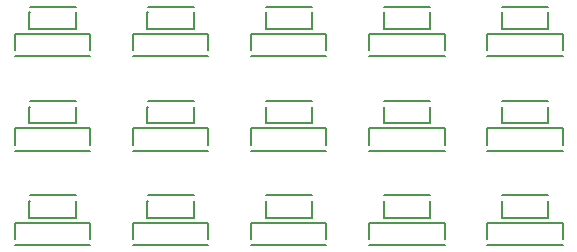
<source format=gbo>
G04 #@! TF.FileFunction,Legend,Bot*
%FSLAX46Y46*%
G04 Gerber Fmt 4.6, Leading zero omitted, Abs format (unit mm)*
G04 Created by KiCad (PCBNEW 4.0.7-e2-6376~58~ubuntu16.04.1) date Thu Aug  2 19:22:52 2018*
%MOMM*%
%LPD*%
G01*
G04 APERTURE LIST*
%ADD10C,0.100000*%
%ADD11C,0.150000*%
G04 APERTURE END LIST*
D10*
D11*
X118325000Y-65950000D02*
X118325000Y-64800000D01*
X118325000Y-64800000D02*
X118325000Y-64750000D01*
X118325000Y-64250000D02*
X114425000Y-64250000D01*
X114425000Y-64750000D02*
X114375000Y-64750000D01*
X114375000Y-64750000D02*
X114375000Y-65900000D01*
X114375000Y-65900000D02*
X114375000Y-66100000D01*
X114375000Y-66100000D02*
X114375000Y-66150000D01*
X114375000Y-66150000D02*
X118325000Y-66150000D01*
X118325000Y-66150000D02*
X118325000Y-65950000D01*
X108325000Y-65950000D02*
X108325000Y-64800000D01*
X108325000Y-64800000D02*
X108325000Y-64750000D01*
X108325000Y-64250000D02*
X104425000Y-64250000D01*
X104425000Y-64750000D02*
X104375000Y-64750000D01*
X104375000Y-64750000D02*
X104375000Y-65900000D01*
X104375000Y-65900000D02*
X104375000Y-66100000D01*
X104375000Y-66100000D02*
X104375000Y-66150000D01*
X104375000Y-66150000D02*
X108325000Y-66150000D01*
X108325000Y-66150000D02*
X108325000Y-65950000D01*
X98325000Y-65950000D02*
X98325000Y-64800000D01*
X98325000Y-64800000D02*
X98325000Y-64750000D01*
X98325000Y-64250000D02*
X94425000Y-64250000D01*
X94425000Y-64750000D02*
X94375000Y-64750000D01*
X94375000Y-64750000D02*
X94375000Y-65900000D01*
X94375000Y-65900000D02*
X94375000Y-66100000D01*
X94375000Y-66100000D02*
X94375000Y-66150000D01*
X94375000Y-66150000D02*
X98325000Y-66150000D01*
X98325000Y-66150000D02*
X98325000Y-65950000D01*
X88325000Y-65950000D02*
X88325000Y-64800000D01*
X88325000Y-64800000D02*
X88325000Y-64750000D01*
X88325000Y-64250000D02*
X84425000Y-64250000D01*
X84425000Y-64750000D02*
X84375000Y-64750000D01*
X84375000Y-64750000D02*
X84375000Y-65900000D01*
X84375000Y-65900000D02*
X84375000Y-66100000D01*
X84375000Y-66100000D02*
X84375000Y-66150000D01*
X84375000Y-66150000D02*
X88325000Y-66150000D01*
X88325000Y-66150000D02*
X88325000Y-65950000D01*
X78325000Y-65950000D02*
X78325000Y-64800000D01*
X78325000Y-64800000D02*
X78325000Y-64750000D01*
X78325000Y-64250000D02*
X74425000Y-64250000D01*
X74425000Y-64750000D02*
X74375000Y-64750000D01*
X74375000Y-64750000D02*
X74375000Y-65900000D01*
X74375000Y-65900000D02*
X74375000Y-66100000D01*
X74375000Y-66100000D02*
X74375000Y-66150000D01*
X74375000Y-66150000D02*
X78325000Y-66150000D01*
X78325000Y-66150000D02*
X78325000Y-65950000D01*
X118325000Y-57950000D02*
X118325000Y-56800000D01*
X118325000Y-56800000D02*
X118325000Y-56750000D01*
X118325000Y-56250000D02*
X114425000Y-56250000D01*
X114425000Y-56750000D02*
X114375000Y-56750000D01*
X114375000Y-56750000D02*
X114375000Y-57900000D01*
X114375000Y-57900000D02*
X114375000Y-58100000D01*
X114375000Y-58100000D02*
X114375000Y-58150000D01*
X114375000Y-58150000D02*
X118325000Y-58150000D01*
X118325000Y-58150000D02*
X118325000Y-57950000D01*
X108325000Y-57950000D02*
X108325000Y-56800000D01*
X108325000Y-56800000D02*
X108325000Y-56750000D01*
X108325000Y-56250000D02*
X104425000Y-56250000D01*
X104425000Y-56750000D02*
X104375000Y-56750000D01*
X104375000Y-56750000D02*
X104375000Y-57900000D01*
X104375000Y-57900000D02*
X104375000Y-58100000D01*
X104375000Y-58100000D02*
X104375000Y-58150000D01*
X104375000Y-58150000D02*
X108325000Y-58150000D01*
X108325000Y-58150000D02*
X108325000Y-57950000D01*
X98325000Y-57950000D02*
X98325000Y-56800000D01*
X98325000Y-56800000D02*
X98325000Y-56750000D01*
X98325000Y-56250000D02*
X94425000Y-56250000D01*
X94425000Y-56750000D02*
X94375000Y-56750000D01*
X94375000Y-56750000D02*
X94375000Y-57900000D01*
X94375000Y-57900000D02*
X94375000Y-58100000D01*
X94375000Y-58100000D02*
X94375000Y-58150000D01*
X94375000Y-58150000D02*
X98325000Y-58150000D01*
X98325000Y-58150000D02*
X98325000Y-57950000D01*
X88325000Y-57950000D02*
X88325000Y-56800000D01*
X88325000Y-56800000D02*
X88325000Y-56750000D01*
X88325000Y-56250000D02*
X84425000Y-56250000D01*
X84425000Y-56750000D02*
X84375000Y-56750000D01*
X84375000Y-56750000D02*
X84375000Y-57900000D01*
X84375000Y-57900000D02*
X84375000Y-58100000D01*
X84375000Y-58100000D02*
X84375000Y-58150000D01*
X84375000Y-58150000D02*
X88325000Y-58150000D01*
X88325000Y-58150000D02*
X88325000Y-57950000D01*
X78325000Y-57950000D02*
X78325000Y-56800000D01*
X78325000Y-56800000D02*
X78325000Y-56750000D01*
X78325000Y-56250000D02*
X74425000Y-56250000D01*
X74425000Y-56750000D02*
X74375000Y-56750000D01*
X74375000Y-56750000D02*
X74375000Y-57900000D01*
X74375000Y-57900000D02*
X74375000Y-58100000D01*
X74375000Y-58100000D02*
X74375000Y-58150000D01*
X74375000Y-58150000D02*
X78325000Y-58150000D01*
X78325000Y-58150000D02*
X78325000Y-57950000D01*
X118325000Y-49950000D02*
X118325000Y-48800000D01*
X118325000Y-48800000D02*
X118325000Y-48750000D01*
X118325000Y-48250000D02*
X114425000Y-48250000D01*
X114425000Y-48750000D02*
X114375000Y-48750000D01*
X114375000Y-48750000D02*
X114375000Y-49900000D01*
X114375000Y-49900000D02*
X114375000Y-50100000D01*
X114375000Y-50100000D02*
X114375000Y-50150000D01*
X114375000Y-50150000D02*
X118325000Y-50150000D01*
X118325000Y-50150000D02*
X118325000Y-49950000D01*
X108325000Y-49950000D02*
X108325000Y-48800000D01*
X108325000Y-48800000D02*
X108325000Y-48750000D01*
X108325000Y-48250000D02*
X104425000Y-48250000D01*
X104425000Y-48750000D02*
X104375000Y-48750000D01*
X104375000Y-48750000D02*
X104375000Y-49900000D01*
X104375000Y-49900000D02*
X104375000Y-50100000D01*
X104375000Y-50100000D02*
X104375000Y-50150000D01*
X104375000Y-50150000D02*
X108325000Y-50150000D01*
X108325000Y-50150000D02*
X108325000Y-49950000D01*
X98325000Y-49950000D02*
X98325000Y-48800000D01*
X98325000Y-48800000D02*
X98325000Y-48750000D01*
X98325000Y-48250000D02*
X94425000Y-48250000D01*
X94425000Y-48750000D02*
X94375000Y-48750000D01*
X94375000Y-48750000D02*
X94375000Y-49900000D01*
X94375000Y-49900000D02*
X94375000Y-50100000D01*
X94375000Y-50100000D02*
X94375000Y-50150000D01*
X94375000Y-50150000D02*
X98325000Y-50150000D01*
X98325000Y-50150000D02*
X98325000Y-49950000D01*
X88325000Y-49950000D02*
X88325000Y-48800000D01*
X88325000Y-48800000D02*
X88325000Y-48750000D01*
X88325000Y-48250000D02*
X84425000Y-48250000D01*
X84425000Y-48750000D02*
X84375000Y-48750000D01*
X84375000Y-48750000D02*
X84375000Y-49900000D01*
X84375000Y-49900000D02*
X84375000Y-50100000D01*
X84375000Y-50100000D02*
X84375000Y-50150000D01*
X84375000Y-50150000D02*
X88325000Y-50150000D01*
X88325000Y-50150000D02*
X88325000Y-49950000D01*
X119535000Y-67750000D02*
X119535000Y-66600000D01*
X119535000Y-66600000D02*
X119535000Y-66550000D01*
X119535000Y-66550000D02*
X113185000Y-66550000D01*
X113185000Y-66550000D02*
X113135000Y-66550000D01*
X113135000Y-66550000D02*
X113135000Y-67900000D01*
X113135000Y-67900000D02*
X113135000Y-67950000D01*
X113135000Y-68450000D02*
X119535000Y-68450000D01*
X119535000Y-67950000D02*
X119535000Y-67750000D01*
X109535000Y-67750000D02*
X109535000Y-66600000D01*
X109535000Y-66600000D02*
X109535000Y-66550000D01*
X109535000Y-66550000D02*
X103185000Y-66550000D01*
X103185000Y-66550000D02*
X103135000Y-66550000D01*
X103135000Y-66550000D02*
X103135000Y-67900000D01*
X103135000Y-67900000D02*
X103135000Y-67950000D01*
X103135000Y-68450000D02*
X109535000Y-68450000D01*
X109535000Y-67950000D02*
X109535000Y-67750000D01*
X99535000Y-67750000D02*
X99535000Y-66600000D01*
X99535000Y-66600000D02*
X99535000Y-66550000D01*
X99535000Y-66550000D02*
X93185000Y-66550000D01*
X93185000Y-66550000D02*
X93135000Y-66550000D01*
X93135000Y-66550000D02*
X93135000Y-67900000D01*
X93135000Y-67900000D02*
X93135000Y-67950000D01*
X93135000Y-68450000D02*
X99535000Y-68450000D01*
X99535000Y-67950000D02*
X99535000Y-67750000D01*
X89535000Y-67750000D02*
X89535000Y-66600000D01*
X89535000Y-66600000D02*
X89535000Y-66550000D01*
X89535000Y-66550000D02*
X83185000Y-66550000D01*
X83185000Y-66550000D02*
X83135000Y-66550000D01*
X83135000Y-66550000D02*
X83135000Y-67900000D01*
X83135000Y-67900000D02*
X83135000Y-67950000D01*
X83135000Y-68450000D02*
X89535000Y-68450000D01*
X89535000Y-67950000D02*
X89535000Y-67750000D01*
X79535000Y-67750000D02*
X79535000Y-66600000D01*
X79535000Y-66600000D02*
X79535000Y-66550000D01*
X79535000Y-66550000D02*
X73185000Y-66550000D01*
X73185000Y-66550000D02*
X73135000Y-66550000D01*
X73135000Y-66550000D02*
X73135000Y-67900000D01*
X73135000Y-67900000D02*
X73135000Y-67950000D01*
X73135000Y-68450000D02*
X79535000Y-68450000D01*
X79535000Y-67950000D02*
X79535000Y-67750000D01*
X119535000Y-59750000D02*
X119535000Y-58600000D01*
X119535000Y-58600000D02*
X119535000Y-58550000D01*
X119535000Y-58550000D02*
X113185000Y-58550000D01*
X113185000Y-58550000D02*
X113135000Y-58550000D01*
X113135000Y-58550000D02*
X113135000Y-59900000D01*
X113135000Y-59900000D02*
X113135000Y-59950000D01*
X113135000Y-60450000D02*
X119535000Y-60450000D01*
X119535000Y-59950000D02*
X119535000Y-59750000D01*
X109535000Y-59750000D02*
X109535000Y-58600000D01*
X109535000Y-58600000D02*
X109535000Y-58550000D01*
X109535000Y-58550000D02*
X103185000Y-58550000D01*
X103185000Y-58550000D02*
X103135000Y-58550000D01*
X103135000Y-58550000D02*
X103135000Y-59900000D01*
X103135000Y-59900000D02*
X103135000Y-59950000D01*
X103135000Y-60450000D02*
X109535000Y-60450000D01*
X109535000Y-59950000D02*
X109535000Y-59750000D01*
X99535000Y-59750000D02*
X99535000Y-58600000D01*
X99535000Y-58600000D02*
X99535000Y-58550000D01*
X99535000Y-58550000D02*
X93185000Y-58550000D01*
X93185000Y-58550000D02*
X93135000Y-58550000D01*
X93135000Y-58550000D02*
X93135000Y-59900000D01*
X93135000Y-59900000D02*
X93135000Y-59950000D01*
X93135000Y-60450000D02*
X99535000Y-60450000D01*
X99535000Y-59950000D02*
X99535000Y-59750000D01*
X89535000Y-59750000D02*
X89535000Y-58600000D01*
X89535000Y-58600000D02*
X89535000Y-58550000D01*
X89535000Y-58550000D02*
X83185000Y-58550000D01*
X83185000Y-58550000D02*
X83135000Y-58550000D01*
X83135000Y-58550000D02*
X83135000Y-59900000D01*
X83135000Y-59900000D02*
X83135000Y-59950000D01*
X83135000Y-60450000D02*
X89535000Y-60450000D01*
X89535000Y-59950000D02*
X89535000Y-59750000D01*
X79535000Y-59750000D02*
X79535000Y-58600000D01*
X79535000Y-58600000D02*
X79535000Y-58550000D01*
X79535000Y-58550000D02*
X73185000Y-58550000D01*
X73185000Y-58550000D02*
X73135000Y-58550000D01*
X73135000Y-58550000D02*
X73135000Y-59900000D01*
X73135000Y-59900000D02*
X73135000Y-59950000D01*
X73135000Y-60450000D02*
X79535000Y-60450000D01*
X79535000Y-59950000D02*
X79535000Y-59750000D01*
X119535000Y-51750000D02*
X119535000Y-50600000D01*
X119535000Y-50600000D02*
X119535000Y-50550000D01*
X119535000Y-50550000D02*
X113185000Y-50550000D01*
X113185000Y-50550000D02*
X113135000Y-50550000D01*
X113135000Y-50550000D02*
X113135000Y-51900000D01*
X113135000Y-51900000D02*
X113135000Y-51950000D01*
X113135000Y-52450000D02*
X119535000Y-52450000D01*
X119535000Y-51950000D02*
X119535000Y-51750000D01*
X109535000Y-51750000D02*
X109535000Y-50600000D01*
X109535000Y-50600000D02*
X109535000Y-50550000D01*
X109535000Y-50550000D02*
X103185000Y-50550000D01*
X103185000Y-50550000D02*
X103135000Y-50550000D01*
X103135000Y-50550000D02*
X103135000Y-51900000D01*
X103135000Y-51900000D02*
X103135000Y-51950000D01*
X103135000Y-52450000D02*
X109535000Y-52450000D01*
X109535000Y-51950000D02*
X109535000Y-51750000D01*
X99535000Y-51750000D02*
X99535000Y-50600000D01*
X99535000Y-50600000D02*
X99535000Y-50550000D01*
X99535000Y-50550000D02*
X93185000Y-50550000D01*
X93185000Y-50550000D02*
X93135000Y-50550000D01*
X93135000Y-50550000D02*
X93135000Y-51900000D01*
X93135000Y-51900000D02*
X93135000Y-51950000D01*
X93135000Y-52450000D02*
X99535000Y-52450000D01*
X99535000Y-51950000D02*
X99535000Y-51750000D01*
X89535000Y-51750000D02*
X89535000Y-50600000D01*
X89535000Y-50600000D02*
X89535000Y-50550000D01*
X89535000Y-50550000D02*
X83185000Y-50550000D01*
X83185000Y-50550000D02*
X83135000Y-50550000D01*
X83135000Y-50550000D02*
X83135000Y-51900000D01*
X83135000Y-51900000D02*
X83135000Y-51950000D01*
X83135000Y-52450000D02*
X89535000Y-52450000D01*
X89535000Y-51950000D02*
X89535000Y-51750000D01*
X78325000Y-49950000D02*
X78325000Y-48800000D01*
X78325000Y-48800000D02*
X78325000Y-48750000D01*
X78325000Y-48250000D02*
X74425000Y-48250000D01*
X74425000Y-48750000D02*
X74375000Y-48750000D01*
X74375000Y-48750000D02*
X74375000Y-49900000D01*
X74375000Y-49900000D02*
X74375000Y-50100000D01*
X74375000Y-50100000D02*
X74375000Y-50150000D01*
X74375000Y-50150000D02*
X78325000Y-50150000D01*
X78325000Y-50150000D02*
X78325000Y-49950000D01*
X79535000Y-51750000D02*
X79535000Y-50600000D01*
X79535000Y-50600000D02*
X79535000Y-50550000D01*
X79535000Y-50550000D02*
X73185000Y-50550000D01*
X73185000Y-50550000D02*
X73135000Y-50550000D01*
X73135000Y-50550000D02*
X73135000Y-51900000D01*
X73135000Y-51900000D02*
X73135000Y-51950000D01*
X73135000Y-52450000D02*
X79535000Y-52450000D01*
X79535000Y-51950000D02*
X79535000Y-51750000D01*
M02*

</source>
